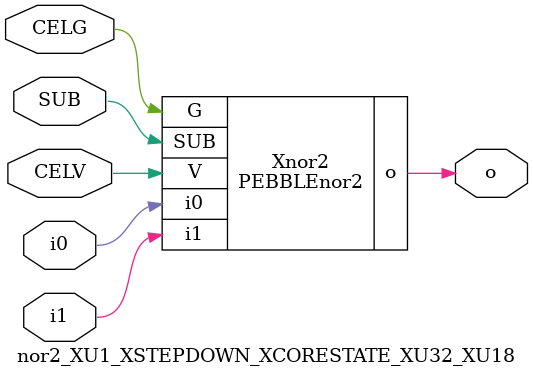
<source format=v>



module PEBBLEnor2 ( o, G, SUB, V, i0, i1 );

  input i0;
  input V;
  input i1;
  input G;
  output o;
  input SUB;
endmodule

//Celera Confidential Do Not Copy nor2_XU1_XSTEPDOWN_XCORESTATE_XU32_XU18
//Celera Confidential Symbol Generator
//nor2
module nor2_XU1_XSTEPDOWN_XCORESTATE_XU32_XU18 (CELV,CELG,i0,i1,o,SUB);
input CELV;
input CELG;
input i0;
input i1;
input SUB;
output o;

//Celera Confidential Do Not Copy nor2
PEBBLEnor2 Xnor2(
.V (CELV),
.i0 (i0),
.i1 (i1),
.o (o),
.SUB (SUB),
.G (CELG)
);
//,diesize,PEBBLEnor2

//Celera Confidential Do Not Copy Module End
//Celera Schematic Generator
endmodule

</source>
